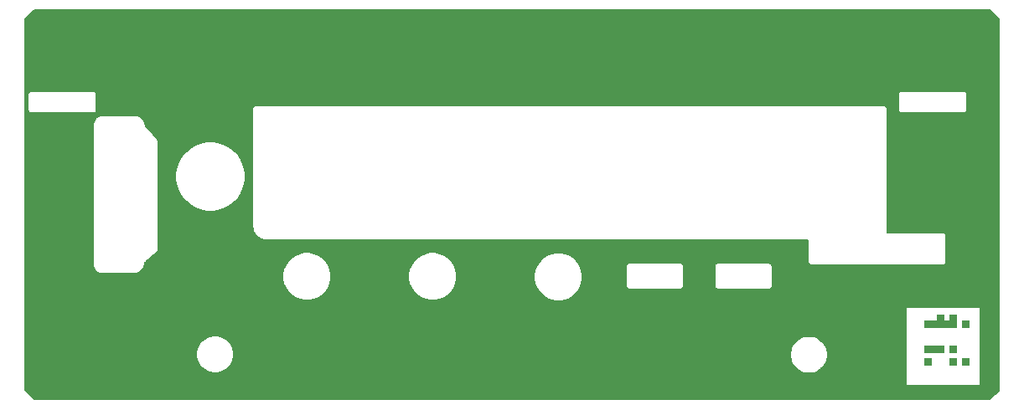
<source format=gbr>
%TF.GenerationSoftware,KiCad,Pcbnew,(5.1.12)-1*%
%TF.CreationDate,2022-03-08T20:54:57+00:00*%
%TF.ProjectId,RGBtoHDMI CDTV v2 - Face Plate,52474274-6f48-4444-9d49-204344545620,1*%
%TF.SameCoordinates,Original*%
%TF.FileFunction,Copper,L1,Top*%
%TF.FilePolarity,Positive*%
%FSLAX46Y46*%
G04 Gerber Fmt 4.6, Leading zero omitted, Abs format (unit mm)*
G04 Created by KiCad (PCBNEW (5.1.12)-1) date 2022-03-08 20:54:57*
%MOMM*%
%LPD*%
G01*
G04 APERTURE LIST*
%TA.AperFunction,EtchedComponent*%
%ADD10C,0.100000*%
%TD*%
%TA.AperFunction,NonConductor*%
%ADD11C,0.200000*%
%TD*%
%TA.AperFunction,NonConductor*%
%ADD12C,0.100000*%
%TD*%
G04 APERTURE END LIST*
D10*
%TO.C,solarmon*%
G36*
X165608000Y-92379800D02*
G01*
X164973000Y-92379800D01*
X164973000Y-91744800D01*
X165608000Y-91744800D01*
X165608000Y-92379800D01*
G37*
X165608000Y-92379800D02*
X164973000Y-92379800D01*
X164973000Y-91744800D01*
X165608000Y-91744800D01*
X165608000Y-92379800D01*
G36*
X165608000Y-96189800D02*
G01*
X164973000Y-96189800D01*
X164973000Y-95554800D01*
X165608000Y-95554800D01*
X165608000Y-96189800D01*
G37*
X165608000Y-96189800D02*
X164973000Y-96189800D01*
X164973000Y-95554800D01*
X165608000Y-95554800D01*
X165608000Y-96189800D01*
G36*
X164338000Y-91744800D02*
G01*
X163703000Y-91744800D01*
X163703000Y-91109800D01*
X164338000Y-91109800D01*
X164338000Y-91744800D01*
G37*
X164338000Y-91744800D02*
X163703000Y-91744800D01*
X163703000Y-91109800D01*
X164338000Y-91109800D01*
X164338000Y-91744800D01*
G36*
X164338000Y-92379800D02*
G01*
X163703000Y-92379800D01*
X163703000Y-91744800D01*
X164338000Y-91744800D01*
X164338000Y-92379800D01*
G37*
X164338000Y-92379800D02*
X163703000Y-92379800D01*
X163703000Y-91744800D01*
X164338000Y-91744800D01*
X164338000Y-92379800D01*
G36*
X163703000Y-92379800D02*
G01*
X163068000Y-92379800D01*
X163068000Y-91744800D01*
X163703000Y-91744800D01*
X163703000Y-92379800D01*
G37*
X163703000Y-92379800D02*
X163068000Y-92379800D01*
X163068000Y-91744800D01*
X163703000Y-91744800D01*
X163703000Y-92379800D01*
G36*
X163068000Y-92379800D02*
G01*
X162433000Y-92379800D01*
X162433000Y-91744800D01*
X163068000Y-91744800D01*
X163068000Y-92379800D01*
G37*
X163068000Y-92379800D02*
X162433000Y-92379800D01*
X162433000Y-91744800D01*
X163068000Y-91744800D01*
X163068000Y-92379800D01*
G36*
X163068000Y-91744800D02*
G01*
X162433000Y-91744800D01*
X162433000Y-91109800D01*
X163068000Y-91109800D01*
X163068000Y-91744800D01*
G37*
X163068000Y-91744800D02*
X162433000Y-91744800D01*
X162433000Y-91109800D01*
X163068000Y-91109800D01*
X163068000Y-91744800D01*
G36*
X162433000Y-92379800D02*
G01*
X161798000Y-92379800D01*
X161798000Y-91744800D01*
X162433000Y-91744800D01*
X162433000Y-92379800D01*
G37*
X162433000Y-92379800D02*
X161798000Y-92379800D01*
X161798000Y-91744800D01*
X162433000Y-91744800D01*
X162433000Y-92379800D01*
G36*
X161798000Y-92379800D02*
G01*
X161163000Y-92379800D01*
X161163000Y-91744800D01*
X161798000Y-91744800D01*
X161798000Y-92379800D01*
G37*
X161798000Y-92379800D02*
X161163000Y-92379800D01*
X161163000Y-91744800D01*
X161798000Y-91744800D01*
X161798000Y-92379800D01*
G36*
X161798000Y-94919800D02*
G01*
X161163000Y-94919800D01*
X161163000Y-94284800D01*
X161798000Y-94284800D01*
X161798000Y-94919800D01*
G37*
X161798000Y-94919800D02*
X161163000Y-94919800D01*
X161163000Y-94284800D01*
X161798000Y-94284800D01*
X161798000Y-94919800D01*
G36*
X162433000Y-94919800D02*
G01*
X161798000Y-94919800D01*
X161798000Y-94284800D01*
X162433000Y-94284800D01*
X162433000Y-94919800D01*
G37*
X162433000Y-94919800D02*
X161798000Y-94919800D01*
X161798000Y-94284800D01*
X162433000Y-94284800D01*
X162433000Y-94919800D01*
G36*
X163068000Y-94919800D02*
G01*
X162433000Y-94919800D01*
X162433000Y-94284800D01*
X163068000Y-94284800D01*
X163068000Y-94919800D01*
G37*
X163068000Y-94919800D02*
X162433000Y-94919800D01*
X162433000Y-94284800D01*
X163068000Y-94284800D01*
X163068000Y-94919800D01*
G36*
X164338000Y-94919800D02*
G01*
X163703000Y-94919800D01*
X163703000Y-94284800D01*
X164338000Y-94284800D01*
X164338000Y-94919800D01*
G37*
X164338000Y-94919800D02*
X163703000Y-94919800D01*
X163703000Y-94284800D01*
X164338000Y-94284800D01*
X164338000Y-94919800D01*
G36*
X164338000Y-96189800D02*
G01*
X163703000Y-96189800D01*
X163703000Y-95554800D01*
X164338000Y-95554800D01*
X164338000Y-96189800D01*
G37*
X164338000Y-96189800D02*
X163703000Y-96189800D01*
X163703000Y-95554800D01*
X164338000Y-95554800D01*
X164338000Y-96189800D01*
G36*
X161798000Y-96189800D02*
G01*
X161163000Y-96189800D01*
X161163000Y-95554800D01*
X161798000Y-95554800D01*
X161798000Y-96189800D01*
G37*
X161798000Y-96189800D02*
X161163000Y-96189800D01*
X161163000Y-95554800D01*
X161798000Y-95554800D01*
X161798000Y-96189800D01*
%TD*%
D11*
X168673900Y-61243729D02*
X168673901Y-98782367D01*
X167749971Y-99674800D01*
X71219832Y-99674800D01*
X70327400Y-98750871D01*
X70327400Y-94948566D01*
X87609600Y-94948566D01*
X87609600Y-95322834D01*
X87682616Y-95689909D01*
X87825842Y-96035687D01*
X88033774Y-96346879D01*
X88298421Y-96611526D01*
X88609613Y-96819458D01*
X88955391Y-96962684D01*
X89322466Y-97035700D01*
X89696734Y-97035700D01*
X90063809Y-96962684D01*
X90409587Y-96819458D01*
X90720779Y-96611526D01*
X90985426Y-96346879D01*
X91193358Y-96035687D01*
X91336584Y-95689909D01*
X91409600Y-95322834D01*
X91409600Y-94986666D01*
X147579000Y-94986666D01*
X147579000Y-95360934D01*
X147652016Y-95728009D01*
X147795242Y-96073787D01*
X148003174Y-96384979D01*
X148267821Y-96649626D01*
X148579013Y-96857558D01*
X148924791Y-97000784D01*
X149291866Y-97073800D01*
X149666134Y-97073800D01*
X150033209Y-97000784D01*
X150378987Y-96857558D01*
X150690179Y-96649626D01*
X150954826Y-96384979D01*
X151162758Y-96073787D01*
X151305984Y-95728009D01*
X151379000Y-95360934D01*
X151379000Y-94986666D01*
X151305984Y-94619591D01*
X151162758Y-94273813D01*
X150954826Y-93962621D01*
X150690179Y-93697974D01*
X150378987Y-93490042D01*
X150033209Y-93346816D01*
X149666134Y-93273800D01*
X149291866Y-93273800D01*
X148924791Y-93346816D01*
X148579013Y-93490042D01*
X148267821Y-93697974D01*
X148003174Y-93962621D01*
X147795242Y-94273813D01*
X147652016Y-94619591D01*
X147579000Y-94986666D01*
X91409600Y-94986666D01*
X91409600Y-94948566D01*
X91336584Y-94581491D01*
X91193358Y-94235713D01*
X90985426Y-93924521D01*
X90720779Y-93659874D01*
X90409587Y-93451942D01*
X90063809Y-93308716D01*
X89696734Y-93235700D01*
X89322466Y-93235700D01*
X88955391Y-93308716D01*
X88609613Y-93451942D01*
X88298421Y-93659874D01*
X88033774Y-93924521D01*
X87825842Y-94235713D01*
X87682616Y-94581491D01*
X87609600Y-94948566D01*
X70327400Y-94948566D01*
X70327400Y-90474800D01*
X159285000Y-90474800D01*
X159285000Y-98221800D01*
X159286921Y-98241309D01*
X159292612Y-98260068D01*
X159301853Y-98277357D01*
X159314289Y-98292511D01*
X159329443Y-98304947D01*
X159346732Y-98314188D01*
X159365491Y-98319879D01*
X159385000Y-98321800D01*
X166751000Y-98321800D01*
X166770509Y-98319879D01*
X166789268Y-98314188D01*
X166806557Y-98304947D01*
X166821711Y-98292511D01*
X166834147Y-98277357D01*
X166843388Y-98260068D01*
X166849079Y-98241309D01*
X166851000Y-98221800D01*
X166851000Y-90474800D01*
X166849079Y-90455291D01*
X166843388Y-90436532D01*
X166834147Y-90419243D01*
X166821711Y-90404089D01*
X166806557Y-90391653D01*
X166789268Y-90382412D01*
X166770509Y-90376721D01*
X166751000Y-90374800D01*
X159385000Y-90374800D01*
X159365491Y-90376721D01*
X159346732Y-90382412D01*
X159329443Y-90391653D01*
X159314289Y-90404089D01*
X159301853Y-90419243D01*
X159292612Y-90436532D01*
X159286921Y-90455291D01*
X159285000Y-90474800D01*
X70327400Y-90474800D01*
X70327400Y-87007696D01*
X96324000Y-87007696D01*
X96324000Y-87490304D01*
X96418152Y-87963639D01*
X96602838Y-88409510D01*
X96870960Y-88810784D01*
X97212216Y-89152040D01*
X97613490Y-89420162D01*
X98059361Y-89604848D01*
X98532696Y-89699000D01*
X99015304Y-89699000D01*
X99488639Y-89604848D01*
X99934510Y-89420162D01*
X100335784Y-89152040D01*
X100677040Y-88810784D01*
X100945162Y-88409510D01*
X101129848Y-87963639D01*
X101224000Y-87490304D01*
X101224000Y-87007696D01*
X109024000Y-87007696D01*
X109024000Y-87490304D01*
X109118152Y-87963639D01*
X109302838Y-88409510D01*
X109570960Y-88810784D01*
X109912216Y-89152040D01*
X110313490Y-89420162D01*
X110759361Y-89604848D01*
X111232696Y-89699000D01*
X111715304Y-89699000D01*
X112188639Y-89604848D01*
X112634510Y-89420162D01*
X113035784Y-89152040D01*
X113377040Y-88810784D01*
X113645162Y-88409510D01*
X113829848Y-87963639D01*
X113924000Y-87490304D01*
X113924000Y-87058496D01*
X121724000Y-87058496D01*
X121724000Y-87541104D01*
X121818152Y-88014439D01*
X122002838Y-88460310D01*
X122270960Y-88861584D01*
X122612216Y-89202840D01*
X123013490Y-89470962D01*
X123459361Y-89655648D01*
X123932696Y-89749800D01*
X124415304Y-89749800D01*
X124888639Y-89655648D01*
X125334510Y-89470962D01*
X125735784Y-89202840D01*
X126077040Y-88861584D01*
X126345162Y-88460310D01*
X126529848Y-88014439D01*
X126624000Y-87541104D01*
X126624000Y-87058496D01*
X126529848Y-86585161D01*
X126373457Y-86207600D01*
X131016828Y-86207600D01*
X131018400Y-86223561D01*
X131018401Y-88198229D01*
X131016828Y-88214200D01*
X131023103Y-88277911D01*
X131041687Y-88339174D01*
X131071865Y-88395634D01*
X131112479Y-88445121D01*
X131161966Y-88485735D01*
X131218426Y-88515913D01*
X131279689Y-88534497D01*
X131327439Y-88539200D01*
X131327440Y-88539200D01*
X131343400Y-88540772D01*
X131359361Y-88539200D01*
X136509039Y-88539200D01*
X136525000Y-88540772D01*
X136540960Y-88539200D01*
X136540961Y-88539200D01*
X136588711Y-88534497D01*
X136649974Y-88515913D01*
X136706434Y-88485735D01*
X136755921Y-88445121D01*
X136796535Y-88395634D01*
X136826713Y-88339174D01*
X136845297Y-88277911D01*
X136851572Y-88214200D01*
X136850000Y-88198239D01*
X136850000Y-86223561D01*
X136850321Y-86220300D01*
X139957628Y-86220300D01*
X139959200Y-86236261D01*
X139959201Y-88210929D01*
X139957628Y-88226900D01*
X139963903Y-88290611D01*
X139982487Y-88351874D01*
X140012665Y-88408334D01*
X140053279Y-88457821D01*
X140102766Y-88498435D01*
X140159226Y-88528613D01*
X140220489Y-88547197D01*
X140268239Y-88551900D01*
X140268240Y-88551900D01*
X140284200Y-88553472D01*
X140300161Y-88551900D01*
X145449839Y-88551900D01*
X145465800Y-88553472D01*
X145481760Y-88551900D01*
X145481761Y-88551900D01*
X145529511Y-88547197D01*
X145590774Y-88528613D01*
X145647234Y-88498435D01*
X145696721Y-88457821D01*
X145737335Y-88408334D01*
X145767513Y-88351874D01*
X145786097Y-88290611D01*
X145792372Y-88226900D01*
X145790800Y-88210939D01*
X145790800Y-86236261D01*
X145792372Y-86220300D01*
X145786097Y-86156589D01*
X145767513Y-86095326D01*
X145737335Y-86038866D01*
X145696721Y-85989379D01*
X145647234Y-85948765D01*
X145590774Y-85918587D01*
X145529511Y-85900003D01*
X145481761Y-85895300D01*
X145465800Y-85893728D01*
X145449840Y-85895300D01*
X140300160Y-85895300D01*
X140284200Y-85893728D01*
X140268239Y-85895300D01*
X140220489Y-85900003D01*
X140159226Y-85918587D01*
X140102766Y-85948765D01*
X140053279Y-85989379D01*
X140012665Y-86038866D01*
X139982487Y-86095326D01*
X139963903Y-86156589D01*
X139957628Y-86220300D01*
X136850321Y-86220300D01*
X136851572Y-86207600D01*
X136845297Y-86143889D01*
X136826713Y-86082626D01*
X136796535Y-86026166D01*
X136755921Y-85976679D01*
X136706434Y-85936065D01*
X136649974Y-85905887D01*
X136588711Y-85887303D01*
X136540961Y-85882600D01*
X136525000Y-85881028D01*
X136509040Y-85882600D01*
X131359360Y-85882600D01*
X131343400Y-85881028D01*
X131327439Y-85882600D01*
X131279689Y-85887303D01*
X131218426Y-85905887D01*
X131161966Y-85936065D01*
X131112479Y-85976679D01*
X131071865Y-86026166D01*
X131041687Y-86082626D01*
X131023103Y-86143889D01*
X131016828Y-86207600D01*
X126373457Y-86207600D01*
X126345162Y-86139290D01*
X126077040Y-85738016D01*
X125735784Y-85396760D01*
X125334510Y-85128638D01*
X124888639Y-84943952D01*
X124415304Y-84849800D01*
X123932696Y-84849800D01*
X123459361Y-84943952D01*
X123013490Y-85128638D01*
X122612216Y-85396760D01*
X122270960Y-85738016D01*
X122002838Y-86139290D01*
X121818152Y-86585161D01*
X121724000Y-87058496D01*
X113924000Y-87058496D01*
X113924000Y-87007696D01*
X113829848Y-86534361D01*
X113645162Y-86088490D01*
X113377040Y-85687216D01*
X113035784Y-85345960D01*
X112634510Y-85077838D01*
X112188639Y-84893152D01*
X111715304Y-84799000D01*
X111232696Y-84799000D01*
X110759361Y-84893152D01*
X110313490Y-85077838D01*
X109912216Y-85345960D01*
X109570960Y-85687216D01*
X109302838Y-86088490D01*
X109118152Y-86534361D01*
X109024000Y-87007696D01*
X101224000Y-87007696D01*
X101129848Y-86534361D01*
X100945162Y-86088490D01*
X100677040Y-85687216D01*
X100335784Y-85345960D01*
X99934510Y-85077838D01*
X99488639Y-84893152D01*
X99015304Y-84799000D01*
X98532696Y-84799000D01*
X98059361Y-84893152D01*
X97613490Y-85077838D01*
X97212216Y-85345960D01*
X96870960Y-85687216D01*
X96602838Y-86088490D01*
X96418152Y-86534361D01*
X96324000Y-87007696D01*
X70327400Y-87007696D01*
X70327400Y-86045760D01*
X77145000Y-86045760D01*
X77146380Y-86059774D01*
X77146353Y-86063690D01*
X77146796Y-86068207D01*
X77159751Y-86191458D01*
X77165671Y-86220296D01*
X77171193Y-86249244D01*
X77172504Y-86253589D01*
X77209151Y-86371976D01*
X77220575Y-86399152D01*
X77231601Y-86426442D01*
X77233731Y-86430449D01*
X77292675Y-86539464D01*
X77309152Y-86563892D01*
X77325276Y-86588532D01*
X77328144Y-86592049D01*
X77407140Y-86687539D01*
X77428031Y-86708285D01*
X77448650Y-86729340D01*
X77452147Y-86732233D01*
X77548185Y-86810561D01*
X77572719Y-86826861D01*
X77597025Y-86843504D01*
X77601017Y-86845663D01*
X77710441Y-86903845D01*
X77737681Y-86915072D01*
X77764749Y-86926673D01*
X77769084Y-86928016D01*
X77887725Y-86963836D01*
X77916646Y-86969562D01*
X77945435Y-86975681D01*
X77949948Y-86976156D01*
X78073286Y-86988249D01*
X78073292Y-86988249D01*
X78089039Y-86989800D01*
X81295961Y-86989800D01*
X81300251Y-86989377D01*
X81327838Y-86988646D01*
X81345626Y-86986424D01*
X81363534Y-86985725D01*
X81368026Y-86985075D01*
X81510914Y-86963373D01*
X81539448Y-86956133D01*
X81568115Y-86949285D01*
X81572394Y-86947775D01*
X81708345Y-86898733D01*
X81734937Y-86886085D01*
X81761722Y-86873802D01*
X81765627Y-86871489D01*
X81889463Y-86796974D01*
X81913098Y-86779397D01*
X81936979Y-86762151D01*
X81940361Y-86759124D01*
X82047365Y-86661975D01*
X82067124Y-86640156D01*
X82087212Y-86618586D01*
X82089941Y-86614960D01*
X82173329Y-86502530D01*
X82190250Y-86481014D01*
X82211983Y-86438237D01*
X82380563Y-86006030D01*
X82383924Y-85994058D01*
X82410420Y-85906903D01*
X82439940Y-85851639D01*
X82484233Y-85797543D01*
X82517093Y-85767925D01*
X83650621Y-84752560D01*
X83669921Y-84736721D01*
X83684565Y-84718878D01*
X83700163Y-84701869D01*
X83704829Y-84694187D01*
X83710535Y-84687234D01*
X83721419Y-84666871D01*
X83733396Y-84647151D01*
X83736474Y-84638704D01*
X83740713Y-84630774D01*
X83747411Y-84608692D01*
X83755316Y-84587002D01*
X83756687Y-84578114D01*
X83759297Y-84569511D01*
X83761561Y-84546529D01*
X83765078Y-84523731D01*
X83764000Y-84498804D01*
X83764000Y-76792329D01*
X85499070Y-76792329D01*
X85499070Y-77487271D01*
X85634647Y-78168859D01*
X85900589Y-78810901D01*
X86286678Y-79388724D01*
X86778076Y-79880122D01*
X87355899Y-80266211D01*
X87997941Y-80532153D01*
X88679529Y-80667730D01*
X89374471Y-80667730D01*
X90056059Y-80532153D01*
X90698101Y-80266211D01*
X91275924Y-79880122D01*
X91767322Y-79388724D01*
X92153411Y-78810901D01*
X92419353Y-78168859D01*
X92554930Y-77487271D01*
X92554930Y-76792329D01*
X92419353Y-76110741D01*
X92153411Y-75468699D01*
X91767322Y-74890876D01*
X91275924Y-74399478D01*
X90698101Y-74013389D01*
X90056059Y-73747447D01*
X89374471Y-73611870D01*
X88679529Y-73611870D01*
X87997941Y-73747447D01*
X87355899Y-74013389D01*
X86778076Y-74399478D01*
X86286678Y-74890876D01*
X85900589Y-75468699D01*
X85634647Y-76110741D01*
X85499070Y-76792329D01*
X83764000Y-76792329D01*
X83764000Y-73609963D01*
X83764933Y-73604207D01*
X83764000Y-73578038D01*
X83764000Y-73567839D01*
X83763430Y-73562053D01*
X83762652Y-73540228D01*
X83760300Y-73530272D01*
X83759297Y-73520089D01*
X83752956Y-73499185D01*
X83747933Y-73477924D01*
X83743683Y-73468617D01*
X83740713Y-73458826D01*
X83730412Y-73439553D01*
X83721341Y-73419689D01*
X83715361Y-73411395D01*
X83710535Y-73402366D01*
X83696676Y-73385479D01*
X83693280Y-73380769D01*
X83686538Y-73373127D01*
X83669921Y-73352879D01*
X83665413Y-73349179D01*
X82659844Y-72209280D01*
X82651539Y-72201547D01*
X82587445Y-72138400D01*
X82552205Y-72086598D01*
X82524857Y-72022252D01*
X82520823Y-72006508D01*
X82520533Y-72002765D01*
X82507563Y-71956570D01*
X82338983Y-71524363D01*
X82317250Y-71481586D01*
X82307474Y-71469156D01*
X82295087Y-71449697D01*
X82284026Y-71435580D01*
X82274212Y-71420584D01*
X82271344Y-71417067D01*
X82179219Y-71305708D01*
X82158327Y-71284962D01*
X82137710Y-71263909D01*
X82134214Y-71261016D01*
X82022215Y-71169671D01*
X81997678Y-71153369D01*
X81973373Y-71136727D01*
X81969381Y-71134569D01*
X81841771Y-71066718D01*
X81814553Y-71055499D01*
X81787466Y-71043890D01*
X81783131Y-71042548D01*
X81644773Y-71000775D01*
X81615891Y-70995056D01*
X81587064Y-70988929D01*
X81582551Y-70988454D01*
X81438714Y-70974351D01*
X81438708Y-70974351D01*
X81422961Y-70972800D01*
X78089039Y-70972800D01*
X78075025Y-70974180D01*
X78071110Y-70974153D01*
X78066593Y-70974596D01*
X77943342Y-70987551D01*
X77914510Y-70993470D01*
X77885556Y-70998993D01*
X77881211Y-71000304D01*
X77762823Y-71036951D01*
X77735634Y-71048380D01*
X77708358Y-71059401D01*
X77704350Y-71061531D01*
X77595336Y-71120475D01*
X77570926Y-71136940D01*
X77546267Y-71153076D01*
X77542750Y-71155944D01*
X77447261Y-71234940D01*
X77426515Y-71255831D01*
X77405459Y-71276451D01*
X77402566Y-71279947D01*
X77324239Y-71375986D01*
X77307939Y-71400520D01*
X77291296Y-71424826D01*
X77289137Y-71428818D01*
X77230955Y-71538241D01*
X77219736Y-71565463D01*
X77208126Y-71592550D01*
X77206784Y-71596885D01*
X77170964Y-71715525D01*
X77165237Y-71744453D01*
X77159119Y-71773235D01*
X77158644Y-71777748D01*
X77146551Y-71901087D01*
X77146551Y-71901102D01*
X77145001Y-71916839D01*
X77145000Y-86045760D01*
X70327400Y-86045760D01*
X70327400Y-68808600D01*
X70590228Y-68808600D01*
X70591800Y-68824561D01*
X70591801Y-70392829D01*
X70590228Y-70408800D01*
X70596503Y-70472511D01*
X70615087Y-70533774D01*
X70645265Y-70590234D01*
X70685879Y-70639721D01*
X70735366Y-70680335D01*
X70791826Y-70710513D01*
X70853089Y-70729097D01*
X70900839Y-70733800D01*
X70900840Y-70733800D01*
X70916800Y-70735372D01*
X70932761Y-70733800D01*
X77200039Y-70733800D01*
X77216000Y-70735372D01*
X77231960Y-70733800D01*
X77231961Y-70733800D01*
X77279711Y-70729097D01*
X77340974Y-70710513D01*
X77397434Y-70680335D01*
X77446921Y-70639721D01*
X77487535Y-70590234D01*
X77517713Y-70533774D01*
X77536297Y-70472511D01*
X77542572Y-70408800D01*
X77541000Y-70392839D01*
X77541000Y-70281800D01*
X93272428Y-70281800D01*
X93274001Y-70297771D01*
X93274000Y-82235760D01*
X93275407Y-82250045D01*
X93275363Y-82256349D01*
X93275805Y-82260865D01*
X93296532Y-82458067D01*
X93302461Y-82486947D01*
X93307975Y-82515855D01*
X93309286Y-82520199D01*
X93367921Y-82709621D01*
X93379340Y-82736785D01*
X93390371Y-82764087D01*
X93392501Y-82768094D01*
X93486812Y-82942518D01*
X93503263Y-82966907D01*
X93519413Y-82991586D01*
X93522281Y-82995103D01*
X93648675Y-83147887D01*
X93669585Y-83168651D01*
X93690186Y-83189688D01*
X93693682Y-83192581D01*
X93847344Y-83317905D01*
X93871871Y-83334200D01*
X93896183Y-83350847D01*
X93900175Y-83353006D01*
X94075253Y-83446097D01*
X94102513Y-83457332D01*
X94129563Y-83468926D01*
X94133898Y-83470268D01*
X94323724Y-83527579D01*
X94352618Y-83533300D01*
X94381430Y-83539424D01*
X94385943Y-83539899D01*
X94583284Y-83559249D01*
X94583292Y-83559249D01*
X94599039Y-83560800D01*
X149408000Y-83560800D01*
X149408001Y-85759829D01*
X149406428Y-85775800D01*
X149412703Y-85839511D01*
X149431287Y-85900774D01*
X149461465Y-85957234D01*
X149502079Y-86006721D01*
X149551566Y-86047335D01*
X149608026Y-86077513D01*
X149669289Y-86096097D01*
X149717039Y-86100800D01*
X149717040Y-86100800D01*
X149733000Y-86102372D01*
X149748961Y-86100800D01*
X163052040Y-86100800D01*
X163068000Y-86102372D01*
X163113111Y-86097929D01*
X163131711Y-86096097D01*
X163192974Y-86077513D01*
X163249434Y-86047335D01*
X163298921Y-86006721D01*
X163339535Y-85957234D01*
X163369713Y-85900774D01*
X163388297Y-85839511D01*
X163394572Y-85775800D01*
X163393000Y-85759839D01*
X163393000Y-83124761D01*
X163394572Y-83108800D01*
X163388297Y-83045089D01*
X163369713Y-82983826D01*
X163339535Y-82927366D01*
X163298921Y-82877879D01*
X163249434Y-82837265D01*
X163192974Y-82807087D01*
X163131711Y-82788503D01*
X163083961Y-82783800D01*
X163083960Y-82783800D01*
X163068000Y-82782228D01*
X163052039Y-82783800D01*
X157424000Y-82783800D01*
X157424000Y-70297761D01*
X157425572Y-70281800D01*
X157419297Y-70218089D01*
X157400713Y-70156826D01*
X157370535Y-70100366D01*
X157329921Y-70050879D01*
X157280434Y-70010265D01*
X157223974Y-69980087D01*
X157162711Y-69961503D01*
X157114961Y-69956800D01*
X157114960Y-69956800D01*
X157099000Y-69955228D01*
X157083039Y-69956800D01*
X93614961Y-69956800D01*
X93599000Y-69955228D01*
X93583040Y-69956800D01*
X93583039Y-69956800D01*
X93535289Y-69961503D01*
X93474026Y-69980087D01*
X93417566Y-70010265D01*
X93368079Y-70050879D01*
X93327465Y-70100366D01*
X93297287Y-70156826D01*
X93278703Y-70218089D01*
X93272428Y-70281800D01*
X77541000Y-70281800D01*
X77541000Y-68824561D01*
X77542572Y-68808600D01*
X77541322Y-68795900D01*
X158525028Y-68795900D01*
X158526600Y-68811861D01*
X158526601Y-70380129D01*
X158525028Y-70396100D01*
X158531303Y-70459811D01*
X158549887Y-70521074D01*
X158580065Y-70577534D01*
X158620679Y-70627021D01*
X158670166Y-70667635D01*
X158726626Y-70697813D01*
X158787889Y-70716397D01*
X158835639Y-70721100D01*
X158835640Y-70721100D01*
X158851600Y-70722672D01*
X158867561Y-70721100D01*
X165134839Y-70721100D01*
X165150800Y-70722672D01*
X165166760Y-70721100D01*
X165166761Y-70721100D01*
X165214511Y-70716397D01*
X165275774Y-70697813D01*
X165332234Y-70667635D01*
X165381721Y-70627021D01*
X165422335Y-70577534D01*
X165452513Y-70521074D01*
X165471097Y-70459811D01*
X165477372Y-70396100D01*
X165475800Y-70380139D01*
X165475800Y-68811861D01*
X165477372Y-68795900D01*
X165471097Y-68732189D01*
X165452513Y-68670926D01*
X165422335Y-68614466D01*
X165381721Y-68564979D01*
X165332234Y-68524365D01*
X165275774Y-68494187D01*
X165214511Y-68475603D01*
X165166761Y-68470900D01*
X165150800Y-68469328D01*
X165134840Y-68470900D01*
X158867560Y-68470900D01*
X158851600Y-68469328D01*
X158835639Y-68470900D01*
X158787889Y-68475603D01*
X158726626Y-68494187D01*
X158670166Y-68524365D01*
X158620679Y-68564979D01*
X158580065Y-68614466D01*
X158549887Y-68670926D01*
X158531303Y-68732189D01*
X158525028Y-68795900D01*
X77541322Y-68795900D01*
X77536297Y-68744889D01*
X77517713Y-68683626D01*
X77487535Y-68627166D01*
X77446921Y-68577679D01*
X77397434Y-68537065D01*
X77340974Y-68506887D01*
X77279711Y-68488303D01*
X77231961Y-68483600D01*
X77216000Y-68482028D01*
X77200040Y-68483600D01*
X70932760Y-68483600D01*
X70916800Y-68482028D01*
X70900839Y-68483600D01*
X70853089Y-68488303D01*
X70791826Y-68506887D01*
X70735366Y-68537065D01*
X70685879Y-68577679D01*
X70645265Y-68627166D01*
X70615087Y-68683626D01*
X70596503Y-68744889D01*
X70590228Y-68808600D01*
X70327400Y-68808600D01*
X70327400Y-61224932D01*
X71251347Y-60332483D01*
X167781485Y-60319817D01*
X168673900Y-61243729D01*
%TA.AperFunction,NonConductor*%
D12*
G36*
X168673900Y-61243729D02*
G01*
X168673901Y-98782367D01*
X167749971Y-99674800D01*
X71219832Y-99674800D01*
X70327400Y-98750871D01*
X70327400Y-94948566D01*
X87609600Y-94948566D01*
X87609600Y-95322834D01*
X87682616Y-95689909D01*
X87825842Y-96035687D01*
X88033774Y-96346879D01*
X88298421Y-96611526D01*
X88609613Y-96819458D01*
X88955391Y-96962684D01*
X89322466Y-97035700D01*
X89696734Y-97035700D01*
X90063809Y-96962684D01*
X90409587Y-96819458D01*
X90720779Y-96611526D01*
X90985426Y-96346879D01*
X91193358Y-96035687D01*
X91336584Y-95689909D01*
X91409600Y-95322834D01*
X91409600Y-94986666D01*
X147579000Y-94986666D01*
X147579000Y-95360934D01*
X147652016Y-95728009D01*
X147795242Y-96073787D01*
X148003174Y-96384979D01*
X148267821Y-96649626D01*
X148579013Y-96857558D01*
X148924791Y-97000784D01*
X149291866Y-97073800D01*
X149666134Y-97073800D01*
X150033209Y-97000784D01*
X150378987Y-96857558D01*
X150690179Y-96649626D01*
X150954826Y-96384979D01*
X151162758Y-96073787D01*
X151305984Y-95728009D01*
X151379000Y-95360934D01*
X151379000Y-94986666D01*
X151305984Y-94619591D01*
X151162758Y-94273813D01*
X150954826Y-93962621D01*
X150690179Y-93697974D01*
X150378987Y-93490042D01*
X150033209Y-93346816D01*
X149666134Y-93273800D01*
X149291866Y-93273800D01*
X148924791Y-93346816D01*
X148579013Y-93490042D01*
X148267821Y-93697974D01*
X148003174Y-93962621D01*
X147795242Y-94273813D01*
X147652016Y-94619591D01*
X147579000Y-94986666D01*
X91409600Y-94986666D01*
X91409600Y-94948566D01*
X91336584Y-94581491D01*
X91193358Y-94235713D01*
X90985426Y-93924521D01*
X90720779Y-93659874D01*
X90409587Y-93451942D01*
X90063809Y-93308716D01*
X89696734Y-93235700D01*
X89322466Y-93235700D01*
X88955391Y-93308716D01*
X88609613Y-93451942D01*
X88298421Y-93659874D01*
X88033774Y-93924521D01*
X87825842Y-94235713D01*
X87682616Y-94581491D01*
X87609600Y-94948566D01*
X70327400Y-94948566D01*
X70327400Y-90474800D01*
X159285000Y-90474800D01*
X159285000Y-98221800D01*
X159286921Y-98241309D01*
X159292612Y-98260068D01*
X159301853Y-98277357D01*
X159314289Y-98292511D01*
X159329443Y-98304947D01*
X159346732Y-98314188D01*
X159365491Y-98319879D01*
X159385000Y-98321800D01*
X166751000Y-98321800D01*
X166770509Y-98319879D01*
X166789268Y-98314188D01*
X166806557Y-98304947D01*
X166821711Y-98292511D01*
X166834147Y-98277357D01*
X166843388Y-98260068D01*
X166849079Y-98241309D01*
X166851000Y-98221800D01*
X166851000Y-90474800D01*
X166849079Y-90455291D01*
X166843388Y-90436532D01*
X166834147Y-90419243D01*
X166821711Y-90404089D01*
X166806557Y-90391653D01*
X166789268Y-90382412D01*
X166770509Y-90376721D01*
X166751000Y-90374800D01*
X159385000Y-90374800D01*
X159365491Y-90376721D01*
X159346732Y-90382412D01*
X159329443Y-90391653D01*
X159314289Y-90404089D01*
X159301853Y-90419243D01*
X159292612Y-90436532D01*
X159286921Y-90455291D01*
X159285000Y-90474800D01*
X70327400Y-90474800D01*
X70327400Y-87007696D01*
X96324000Y-87007696D01*
X96324000Y-87490304D01*
X96418152Y-87963639D01*
X96602838Y-88409510D01*
X96870960Y-88810784D01*
X97212216Y-89152040D01*
X97613490Y-89420162D01*
X98059361Y-89604848D01*
X98532696Y-89699000D01*
X99015304Y-89699000D01*
X99488639Y-89604848D01*
X99934510Y-89420162D01*
X100335784Y-89152040D01*
X100677040Y-88810784D01*
X100945162Y-88409510D01*
X101129848Y-87963639D01*
X101224000Y-87490304D01*
X101224000Y-87007696D01*
X109024000Y-87007696D01*
X109024000Y-87490304D01*
X109118152Y-87963639D01*
X109302838Y-88409510D01*
X109570960Y-88810784D01*
X109912216Y-89152040D01*
X110313490Y-89420162D01*
X110759361Y-89604848D01*
X111232696Y-89699000D01*
X111715304Y-89699000D01*
X112188639Y-89604848D01*
X112634510Y-89420162D01*
X113035784Y-89152040D01*
X113377040Y-88810784D01*
X113645162Y-88409510D01*
X113829848Y-87963639D01*
X113924000Y-87490304D01*
X113924000Y-87058496D01*
X121724000Y-87058496D01*
X121724000Y-87541104D01*
X121818152Y-88014439D01*
X122002838Y-88460310D01*
X122270960Y-88861584D01*
X122612216Y-89202840D01*
X123013490Y-89470962D01*
X123459361Y-89655648D01*
X123932696Y-89749800D01*
X124415304Y-89749800D01*
X124888639Y-89655648D01*
X125334510Y-89470962D01*
X125735784Y-89202840D01*
X126077040Y-88861584D01*
X126345162Y-88460310D01*
X126529848Y-88014439D01*
X126624000Y-87541104D01*
X126624000Y-87058496D01*
X126529848Y-86585161D01*
X126373457Y-86207600D01*
X131016828Y-86207600D01*
X131018400Y-86223561D01*
X131018401Y-88198229D01*
X131016828Y-88214200D01*
X131023103Y-88277911D01*
X131041687Y-88339174D01*
X131071865Y-88395634D01*
X131112479Y-88445121D01*
X131161966Y-88485735D01*
X131218426Y-88515913D01*
X131279689Y-88534497D01*
X131327439Y-88539200D01*
X131327440Y-88539200D01*
X131343400Y-88540772D01*
X131359361Y-88539200D01*
X136509039Y-88539200D01*
X136525000Y-88540772D01*
X136540960Y-88539200D01*
X136540961Y-88539200D01*
X136588711Y-88534497D01*
X136649974Y-88515913D01*
X136706434Y-88485735D01*
X136755921Y-88445121D01*
X136796535Y-88395634D01*
X136826713Y-88339174D01*
X136845297Y-88277911D01*
X136851572Y-88214200D01*
X136850000Y-88198239D01*
X136850000Y-86223561D01*
X136850321Y-86220300D01*
X139957628Y-86220300D01*
X139959200Y-86236261D01*
X139959201Y-88210929D01*
X139957628Y-88226900D01*
X139963903Y-88290611D01*
X139982487Y-88351874D01*
X140012665Y-88408334D01*
X140053279Y-88457821D01*
X140102766Y-88498435D01*
X140159226Y-88528613D01*
X140220489Y-88547197D01*
X140268239Y-88551900D01*
X140268240Y-88551900D01*
X140284200Y-88553472D01*
X140300161Y-88551900D01*
X145449839Y-88551900D01*
X145465800Y-88553472D01*
X145481760Y-88551900D01*
X145481761Y-88551900D01*
X145529511Y-88547197D01*
X145590774Y-88528613D01*
X145647234Y-88498435D01*
X145696721Y-88457821D01*
X145737335Y-88408334D01*
X145767513Y-88351874D01*
X145786097Y-88290611D01*
X145792372Y-88226900D01*
X145790800Y-88210939D01*
X145790800Y-86236261D01*
X145792372Y-86220300D01*
X145786097Y-86156589D01*
X145767513Y-86095326D01*
X145737335Y-86038866D01*
X145696721Y-85989379D01*
X145647234Y-85948765D01*
X145590774Y-85918587D01*
X145529511Y-85900003D01*
X145481761Y-85895300D01*
X145465800Y-85893728D01*
X145449840Y-85895300D01*
X140300160Y-85895300D01*
X140284200Y-85893728D01*
X140268239Y-85895300D01*
X140220489Y-85900003D01*
X140159226Y-85918587D01*
X140102766Y-85948765D01*
X140053279Y-85989379D01*
X140012665Y-86038866D01*
X139982487Y-86095326D01*
X139963903Y-86156589D01*
X139957628Y-86220300D01*
X136850321Y-86220300D01*
X136851572Y-86207600D01*
X136845297Y-86143889D01*
X136826713Y-86082626D01*
X136796535Y-86026166D01*
X136755921Y-85976679D01*
X136706434Y-85936065D01*
X136649974Y-85905887D01*
X136588711Y-85887303D01*
X136540961Y-85882600D01*
X136525000Y-85881028D01*
X136509040Y-85882600D01*
X131359360Y-85882600D01*
X131343400Y-85881028D01*
X131327439Y-85882600D01*
X131279689Y-85887303D01*
X131218426Y-85905887D01*
X131161966Y-85936065D01*
X131112479Y-85976679D01*
X131071865Y-86026166D01*
X131041687Y-86082626D01*
X131023103Y-86143889D01*
X131016828Y-86207600D01*
X126373457Y-86207600D01*
X126345162Y-86139290D01*
X126077040Y-85738016D01*
X125735784Y-85396760D01*
X125334510Y-85128638D01*
X124888639Y-84943952D01*
X124415304Y-84849800D01*
X123932696Y-84849800D01*
X123459361Y-84943952D01*
X123013490Y-85128638D01*
X122612216Y-85396760D01*
X122270960Y-85738016D01*
X122002838Y-86139290D01*
X121818152Y-86585161D01*
X121724000Y-87058496D01*
X113924000Y-87058496D01*
X113924000Y-87007696D01*
X113829848Y-86534361D01*
X113645162Y-86088490D01*
X113377040Y-85687216D01*
X113035784Y-85345960D01*
X112634510Y-85077838D01*
X112188639Y-84893152D01*
X111715304Y-84799000D01*
X111232696Y-84799000D01*
X110759361Y-84893152D01*
X110313490Y-85077838D01*
X109912216Y-85345960D01*
X109570960Y-85687216D01*
X109302838Y-86088490D01*
X109118152Y-86534361D01*
X109024000Y-87007696D01*
X101224000Y-87007696D01*
X101129848Y-86534361D01*
X100945162Y-86088490D01*
X100677040Y-85687216D01*
X100335784Y-85345960D01*
X99934510Y-85077838D01*
X99488639Y-84893152D01*
X99015304Y-84799000D01*
X98532696Y-84799000D01*
X98059361Y-84893152D01*
X97613490Y-85077838D01*
X97212216Y-85345960D01*
X96870960Y-85687216D01*
X96602838Y-86088490D01*
X96418152Y-86534361D01*
X96324000Y-87007696D01*
X70327400Y-87007696D01*
X70327400Y-86045760D01*
X77145000Y-86045760D01*
X77146380Y-86059774D01*
X77146353Y-86063690D01*
X77146796Y-86068207D01*
X77159751Y-86191458D01*
X77165671Y-86220296D01*
X77171193Y-86249244D01*
X77172504Y-86253589D01*
X77209151Y-86371976D01*
X77220575Y-86399152D01*
X77231601Y-86426442D01*
X77233731Y-86430449D01*
X77292675Y-86539464D01*
X77309152Y-86563892D01*
X77325276Y-86588532D01*
X77328144Y-86592049D01*
X77407140Y-86687539D01*
X77428031Y-86708285D01*
X77448650Y-86729340D01*
X77452147Y-86732233D01*
X77548185Y-86810561D01*
X77572719Y-86826861D01*
X77597025Y-86843504D01*
X77601017Y-86845663D01*
X77710441Y-86903845D01*
X77737681Y-86915072D01*
X77764749Y-86926673D01*
X77769084Y-86928016D01*
X77887725Y-86963836D01*
X77916646Y-86969562D01*
X77945435Y-86975681D01*
X77949948Y-86976156D01*
X78073286Y-86988249D01*
X78073292Y-86988249D01*
X78089039Y-86989800D01*
X81295961Y-86989800D01*
X81300251Y-86989377D01*
X81327838Y-86988646D01*
X81345626Y-86986424D01*
X81363534Y-86985725D01*
X81368026Y-86985075D01*
X81510914Y-86963373D01*
X81539448Y-86956133D01*
X81568115Y-86949285D01*
X81572394Y-86947775D01*
X81708345Y-86898733D01*
X81734937Y-86886085D01*
X81761722Y-86873802D01*
X81765627Y-86871489D01*
X81889463Y-86796974D01*
X81913098Y-86779397D01*
X81936979Y-86762151D01*
X81940361Y-86759124D01*
X82047365Y-86661975D01*
X82067124Y-86640156D01*
X82087212Y-86618586D01*
X82089941Y-86614960D01*
X82173329Y-86502530D01*
X82190250Y-86481014D01*
X82211983Y-86438237D01*
X82380563Y-86006030D01*
X82383924Y-85994058D01*
X82410420Y-85906903D01*
X82439940Y-85851639D01*
X82484233Y-85797543D01*
X82517093Y-85767925D01*
X83650621Y-84752560D01*
X83669921Y-84736721D01*
X83684565Y-84718878D01*
X83700163Y-84701869D01*
X83704829Y-84694187D01*
X83710535Y-84687234D01*
X83721419Y-84666871D01*
X83733396Y-84647151D01*
X83736474Y-84638704D01*
X83740713Y-84630774D01*
X83747411Y-84608692D01*
X83755316Y-84587002D01*
X83756687Y-84578114D01*
X83759297Y-84569511D01*
X83761561Y-84546529D01*
X83765078Y-84523731D01*
X83764000Y-84498804D01*
X83764000Y-76792329D01*
X85499070Y-76792329D01*
X85499070Y-77487271D01*
X85634647Y-78168859D01*
X85900589Y-78810901D01*
X86286678Y-79388724D01*
X86778076Y-79880122D01*
X87355899Y-80266211D01*
X87997941Y-80532153D01*
X88679529Y-80667730D01*
X89374471Y-80667730D01*
X90056059Y-80532153D01*
X90698101Y-80266211D01*
X91275924Y-79880122D01*
X91767322Y-79388724D01*
X92153411Y-78810901D01*
X92419353Y-78168859D01*
X92554930Y-77487271D01*
X92554930Y-76792329D01*
X92419353Y-76110741D01*
X92153411Y-75468699D01*
X91767322Y-74890876D01*
X91275924Y-74399478D01*
X90698101Y-74013389D01*
X90056059Y-73747447D01*
X89374471Y-73611870D01*
X88679529Y-73611870D01*
X87997941Y-73747447D01*
X87355899Y-74013389D01*
X86778076Y-74399478D01*
X86286678Y-74890876D01*
X85900589Y-75468699D01*
X85634647Y-76110741D01*
X85499070Y-76792329D01*
X83764000Y-76792329D01*
X83764000Y-73609963D01*
X83764933Y-73604207D01*
X83764000Y-73578038D01*
X83764000Y-73567839D01*
X83763430Y-73562053D01*
X83762652Y-73540228D01*
X83760300Y-73530272D01*
X83759297Y-73520089D01*
X83752956Y-73499185D01*
X83747933Y-73477924D01*
X83743683Y-73468617D01*
X83740713Y-73458826D01*
X83730412Y-73439553D01*
X83721341Y-73419689D01*
X83715361Y-73411395D01*
X83710535Y-73402366D01*
X83696676Y-73385479D01*
X83693280Y-73380769D01*
X83686538Y-73373127D01*
X83669921Y-73352879D01*
X83665413Y-73349179D01*
X82659844Y-72209280D01*
X82651539Y-72201547D01*
X82587445Y-72138400D01*
X82552205Y-72086598D01*
X82524857Y-72022252D01*
X82520823Y-72006508D01*
X82520533Y-72002765D01*
X82507563Y-71956570D01*
X82338983Y-71524363D01*
X82317250Y-71481586D01*
X82307474Y-71469156D01*
X82295087Y-71449697D01*
X82284026Y-71435580D01*
X82274212Y-71420584D01*
X82271344Y-71417067D01*
X82179219Y-71305708D01*
X82158327Y-71284962D01*
X82137710Y-71263909D01*
X82134214Y-71261016D01*
X82022215Y-71169671D01*
X81997678Y-71153369D01*
X81973373Y-71136727D01*
X81969381Y-71134569D01*
X81841771Y-71066718D01*
X81814553Y-71055499D01*
X81787466Y-71043890D01*
X81783131Y-71042548D01*
X81644773Y-71000775D01*
X81615891Y-70995056D01*
X81587064Y-70988929D01*
X81582551Y-70988454D01*
X81438714Y-70974351D01*
X81438708Y-70974351D01*
X81422961Y-70972800D01*
X78089039Y-70972800D01*
X78075025Y-70974180D01*
X78071110Y-70974153D01*
X78066593Y-70974596D01*
X77943342Y-70987551D01*
X77914510Y-70993470D01*
X77885556Y-70998993D01*
X77881211Y-71000304D01*
X77762823Y-71036951D01*
X77735634Y-71048380D01*
X77708358Y-71059401D01*
X77704350Y-71061531D01*
X77595336Y-71120475D01*
X77570926Y-71136940D01*
X77546267Y-71153076D01*
X77542750Y-71155944D01*
X77447261Y-71234940D01*
X77426515Y-71255831D01*
X77405459Y-71276451D01*
X77402566Y-71279947D01*
X77324239Y-71375986D01*
X77307939Y-71400520D01*
X77291296Y-71424826D01*
X77289137Y-71428818D01*
X77230955Y-71538241D01*
X77219736Y-71565463D01*
X77208126Y-71592550D01*
X77206784Y-71596885D01*
X77170964Y-71715525D01*
X77165237Y-71744453D01*
X77159119Y-71773235D01*
X77158644Y-71777748D01*
X77146551Y-71901087D01*
X77146551Y-71901102D01*
X77145001Y-71916839D01*
X77145000Y-86045760D01*
X70327400Y-86045760D01*
X70327400Y-68808600D01*
X70590228Y-68808600D01*
X70591800Y-68824561D01*
X70591801Y-70392829D01*
X70590228Y-70408800D01*
X70596503Y-70472511D01*
X70615087Y-70533774D01*
X70645265Y-70590234D01*
X70685879Y-70639721D01*
X70735366Y-70680335D01*
X70791826Y-70710513D01*
X70853089Y-70729097D01*
X70900839Y-70733800D01*
X70900840Y-70733800D01*
X70916800Y-70735372D01*
X70932761Y-70733800D01*
X77200039Y-70733800D01*
X77216000Y-70735372D01*
X77231960Y-70733800D01*
X77231961Y-70733800D01*
X77279711Y-70729097D01*
X77340974Y-70710513D01*
X77397434Y-70680335D01*
X77446921Y-70639721D01*
X77487535Y-70590234D01*
X77517713Y-70533774D01*
X77536297Y-70472511D01*
X77542572Y-70408800D01*
X77541000Y-70392839D01*
X77541000Y-70281800D01*
X93272428Y-70281800D01*
X93274001Y-70297771D01*
X93274000Y-82235760D01*
X93275407Y-82250045D01*
X93275363Y-82256349D01*
X93275805Y-82260865D01*
X93296532Y-82458067D01*
X93302461Y-82486947D01*
X93307975Y-82515855D01*
X93309286Y-82520199D01*
X93367921Y-82709621D01*
X93379340Y-82736785D01*
X93390371Y-82764087D01*
X93392501Y-82768094D01*
X93486812Y-82942518D01*
X93503263Y-82966907D01*
X93519413Y-82991586D01*
X93522281Y-82995103D01*
X93648675Y-83147887D01*
X93669585Y-83168651D01*
X93690186Y-83189688D01*
X93693682Y-83192581D01*
X93847344Y-83317905D01*
X93871871Y-83334200D01*
X93896183Y-83350847D01*
X93900175Y-83353006D01*
X94075253Y-83446097D01*
X94102513Y-83457332D01*
X94129563Y-83468926D01*
X94133898Y-83470268D01*
X94323724Y-83527579D01*
X94352618Y-83533300D01*
X94381430Y-83539424D01*
X94385943Y-83539899D01*
X94583284Y-83559249D01*
X94583292Y-83559249D01*
X94599039Y-83560800D01*
X149408000Y-83560800D01*
X149408001Y-85759829D01*
X149406428Y-85775800D01*
X149412703Y-85839511D01*
X149431287Y-85900774D01*
X149461465Y-85957234D01*
X149502079Y-86006721D01*
X149551566Y-86047335D01*
X149608026Y-86077513D01*
X149669289Y-86096097D01*
X149717039Y-86100800D01*
X149717040Y-86100800D01*
X149733000Y-86102372D01*
X149748961Y-86100800D01*
X163052040Y-86100800D01*
X163068000Y-86102372D01*
X163113111Y-86097929D01*
X163131711Y-86096097D01*
X163192974Y-86077513D01*
X163249434Y-86047335D01*
X163298921Y-86006721D01*
X163339535Y-85957234D01*
X163369713Y-85900774D01*
X163388297Y-85839511D01*
X163394572Y-85775800D01*
X163393000Y-85759839D01*
X163393000Y-83124761D01*
X163394572Y-83108800D01*
X163388297Y-83045089D01*
X163369713Y-82983826D01*
X163339535Y-82927366D01*
X163298921Y-82877879D01*
X163249434Y-82837265D01*
X163192974Y-82807087D01*
X163131711Y-82788503D01*
X163083961Y-82783800D01*
X163083960Y-82783800D01*
X163068000Y-82782228D01*
X163052039Y-82783800D01*
X157424000Y-82783800D01*
X157424000Y-70297761D01*
X157425572Y-70281800D01*
X157419297Y-70218089D01*
X157400713Y-70156826D01*
X157370535Y-70100366D01*
X157329921Y-70050879D01*
X157280434Y-70010265D01*
X157223974Y-69980087D01*
X157162711Y-69961503D01*
X157114961Y-69956800D01*
X157114960Y-69956800D01*
X157099000Y-69955228D01*
X157083039Y-69956800D01*
X93614961Y-69956800D01*
X93599000Y-69955228D01*
X93583040Y-69956800D01*
X93583039Y-69956800D01*
X93535289Y-69961503D01*
X93474026Y-69980087D01*
X93417566Y-70010265D01*
X93368079Y-70050879D01*
X93327465Y-70100366D01*
X93297287Y-70156826D01*
X93278703Y-70218089D01*
X93272428Y-70281800D01*
X77541000Y-70281800D01*
X77541000Y-68824561D01*
X77542572Y-68808600D01*
X77541322Y-68795900D01*
X158525028Y-68795900D01*
X158526600Y-68811861D01*
X158526601Y-70380129D01*
X158525028Y-70396100D01*
X158531303Y-70459811D01*
X158549887Y-70521074D01*
X158580065Y-70577534D01*
X158620679Y-70627021D01*
X158670166Y-70667635D01*
X158726626Y-70697813D01*
X158787889Y-70716397D01*
X158835639Y-70721100D01*
X158835640Y-70721100D01*
X158851600Y-70722672D01*
X158867561Y-70721100D01*
X165134839Y-70721100D01*
X165150800Y-70722672D01*
X165166760Y-70721100D01*
X165166761Y-70721100D01*
X165214511Y-70716397D01*
X165275774Y-70697813D01*
X165332234Y-70667635D01*
X165381721Y-70627021D01*
X165422335Y-70577534D01*
X165452513Y-70521074D01*
X165471097Y-70459811D01*
X165477372Y-70396100D01*
X165475800Y-70380139D01*
X165475800Y-68811861D01*
X165477372Y-68795900D01*
X165471097Y-68732189D01*
X165452513Y-68670926D01*
X165422335Y-68614466D01*
X165381721Y-68564979D01*
X165332234Y-68524365D01*
X165275774Y-68494187D01*
X165214511Y-68475603D01*
X165166761Y-68470900D01*
X165150800Y-68469328D01*
X165134840Y-68470900D01*
X158867560Y-68470900D01*
X158851600Y-68469328D01*
X158835639Y-68470900D01*
X158787889Y-68475603D01*
X158726626Y-68494187D01*
X158670166Y-68524365D01*
X158620679Y-68564979D01*
X158580065Y-68614466D01*
X158549887Y-68670926D01*
X158531303Y-68732189D01*
X158525028Y-68795900D01*
X77541322Y-68795900D01*
X77536297Y-68744889D01*
X77517713Y-68683626D01*
X77487535Y-68627166D01*
X77446921Y-68577679D01*
X77397434Y-68537065D01*
X77340974Y-68506887D01*
X77279711Y-68488303D01*
X77231961Y-68483600D01*
X77216000Y-68482028D01*
X77200040Y-68483600D01*
X70932760Y-68483600D01*
X70916800Y-68482028D01*
X70900839Y-68483600D01*
X70853089Y-68488303D01*
X70791826Y-68506887D01*
X70735366Y-68537065D01*
X70685879Y-68577679D01*
X70645265Y-68627166D01*
X70615087Y-68683626D01*
X70596503Y-68744889D01*
X70590228Y-68808600D01*
X70327400Y-68808600D01*
X70327400Y-61224932D01*
X71251347Y-60332483D01*
X167781485Y-60319817D01*
X168673900Y-61243729D01*
G37*
%TD.AperFunction*%
M02*

</source>
